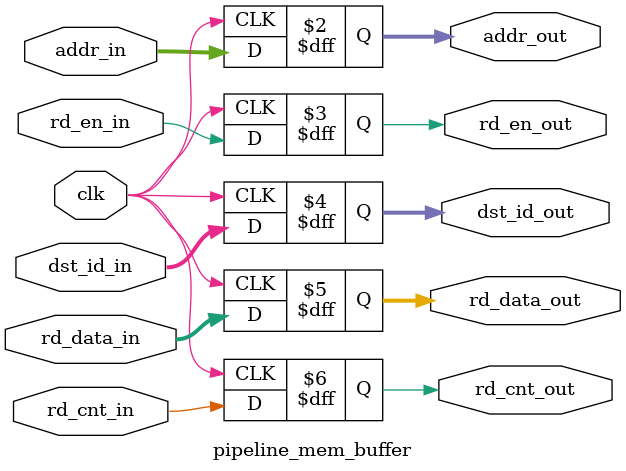
<source format=sv>
module pipeline_mem_buffer#(
    parameter ADDR_WIDTH_FULL = 0,
    parameter DATA_WIDTH = 0,
    parameter PIPELINE_DEPTH = 1
)(
    input  clk,
    input  [ADDR_WIDTH_FULL-1:0] addr_in,
    output reg [ADDR_WIDTH_FULL-1:0] addr_out,
    input  rd_en_in,
    output reg rd_en_out,
    input  [$clog2(PIPELINE_DEPTH)-1:0] dst_id_in,
    output reg [$clog2(PIPELINE_DEPTH)-1:0] dst_id_out,
    input  [DATA_WIDTH-1:0] rd_data_in,
    output reg [DATA_WIDTH-1:0] rd_data_out,
    input rd_cnt_in,
    output reg rd_cnt_out
);

always @(posedge clk) begin
    addr_out    <= addr_in;
    rd_en_out   <= rd_en_in;
    rd_data_out <= rd_data_in;
    dst_id_out  <= dst_id_in;  
    rd_cnt_out  <= rd_cnt_in;
end

endmodule
</source>
